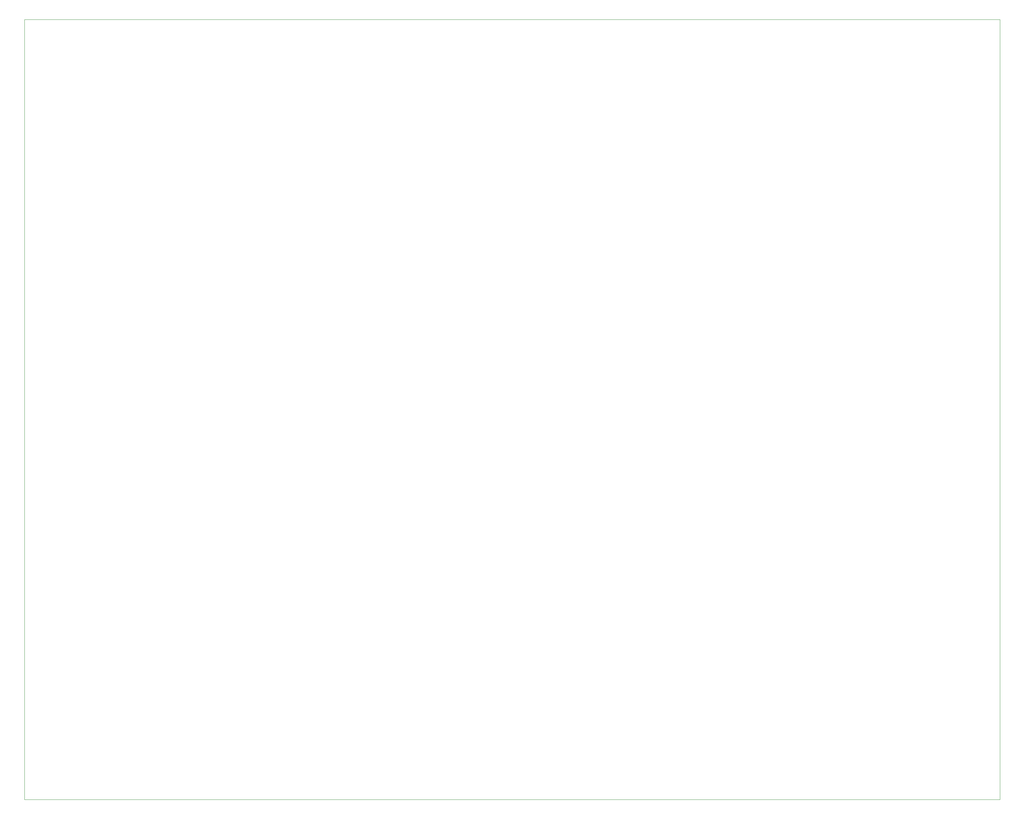
<source format=gbp>
G75*
%MOIN*%
%OFA0B0*%
%FSLAX25Y25*%
%IPPOS*%
%LPD*%
%AMOC8*
5,1,8,0,0,1.08239X$1,22.5*
%
%ADD10C,0.00000*%
D10*
X0001000Y0002000D02*
X0001000Y0789402D01*
X0985252Y0789402D01*
X0985252Y0002000D01*
X0001000Y0002000D01*
M02*

</source>
